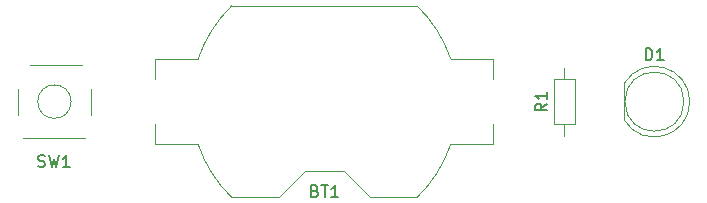
<source format=gto>
%TF.GenerationSoftware,KiCad,Pcbnew,(6.0.7)*%
%TF.CreationDate,2022-10-02T01:07:21-07:00*%
%TF.ProjectId,KiCad_Testing,4b694361-645f-4546-9573-74696e672e6b,rev?*%
%TF.SameCoordinates,Original*%
%TF.FileFunction,Legend,Top*%
%TF.FilePolarity,Positive*%
%FSLAX46Y46*%
G04 Gerber Fmt 4.6, Leading zero omitted, Abs format (unit mm)*
G04 Created by KiCad (PCBNEW (6.0.7)) date 2022-10-02 01:07:21*
%MOMM*%
%LPD*%
G01*
G04 APERTURE LIST*
%ADD10C,0.150000*%
%ADD11C,0.120000*%
G04 APERTURE END LIST*
D10*
%TO.C,SW1*%
X129426666Y-80414761D02*
X129569523Y-80462380D01*
X129807619Y-80462380D01*
X129902857Y-80414761D01*
X129950476Y-80367142D01*
X129998095Y-80271904D01*
X129998095Y-80176666D01*
X129950476Y-80081428D01*
X129902857Y-80033809D01*
X129807619Y-79986190D01*
X129617142Y-79938571D01*
X129521904Y-79890952D01*
X129474285Y-79843333D01*
X129426666Y-79748095D01*
X129426666Y-79652857D01*
X129474285Y-79557619D01*
X129521904Y-79510000D01*
X129617142Y-79462380D01*
X129855238Y-79462380D01*
X129998095Y-79510000D01*
X130331428Y-79462380D02*
X130569523Y-80462380D01*
X130760000Y-79748095D01*
X130950476Y-80462380D01*
X131188571Y-79462380D01*
X132093333Y-80462380D02*
X131521904Y-80462380D01*
X131807619Y-80462380D02*
X131807619Y-79462380D01*
X131712380Y-79605238D01*
X131617142Y-79700476D01*
X131521904Y-79748095D01*
%TO.C,R1*%
X172522380Y-75096666D02*
X172046190Y-75430000D01*
X172522380Y-75668095D02*
X171522380Y-75668095D01*
X171522380Y-75287142D01*
X171570000Y-75191904D01*
X171617619Y-75144285D01*
X171712857Y-75096666D01*
X171855714Y-75096666D01*
X171950952Y-75144285D01*
X171998571Y-75191904D01*
X172046190Y-75287142D01*
X172046190Y-75668095D01*
X172522380Y-74144285D02*
X172522380Y-74715714D01*
X172522380Y-74430000D02*
X171522380Y-74430000D01*
X171665238Y-74525238D01*
X171760476Y-74620476D01*
X171808095Y-74715714D01*
%TO.C,D1*%
X180871904Y-71422380D02*
X180871904Y-70422380D01*
X181110000Y-70422380D01*
X181252857Y-70470000D01*
X181348095Y-70565238D01*
X181395714Y-70660476D01*
X181443333Y-70850952D01*
X181443333Y-70993809D01*
X181395714Y-71184285D01*
X181348095Y-71279523D01*
X181252857Y-71374761D01*
X181110000Y-71422380D01*
X180871904Y-71422380D01*
X182395714Y-71422380D02*
X181824285Y-71422380D01*
X182110000Y-71422380D02*
X182110000Y-70422380D01*
X182014761Y-70565238D01*
X181919523Y-70660476D01*
X181824285Y-70708095D01*
%TO.C,BT1*%
X152884285Y-82478571D02*
X153027142Y-82526190D01*
X153074761Y-82573809D01*
X153122380Y-82669047D01*
X153122380Y-82811904D01*
X153074761Y-82907142D01*
X153027142Y-82954761D01*
X152931904Y-83002380D01*
X152550952Y-83002380D01*
X152550952Y-82002380D01*
X152884285Y-82002380D01*
X152979523Y-82050000D01*
X153027142Y-82097619D01*
X153074761Y-82192857D01*
X153074761Y-82288095D01*
X153027142Y-82383333D01*
X152979523Y-82430952D01*
X152884285Y-82478571D01*
X152550952Y-82478571D01*
X153408095Y-82002380D02*
X153979523Y-82002380D01*
X153693809Y-83002380D02*
X153693809Y-82002380D01*
X154836666Y-83002380D02*
X154265238Y-83002380D01*
X154550952Y-83002380D02*
X154550952Y-82002380D01*
X154455714Y-82145238D01*
X154360476Y-82240476D01*
X154265238Y-82288095D01*
D11*
%TO.C,SW1*%
X127690000Y-76080000D02*
X127690000Y-73880000D01*
X128160000Y-78050000D02*
X133360000Y-78050000D01*
X133930000Y-73880000D02*
X133930000Y-76080000D01*
X128760000Y-71810000D02*
X133160000Y-71810000D01*
X132224214Y-74930000D02*
G75*
G03*
X132224214Y-74930000I-1414214J0D01*
G01*
%TO.C,R1*%
X174910000Y-73010000D02*
X173070000Y-73010000D01*
X173070000Y-73010000D02*
X173070000Y-76850000D01*
X174910000Y-76850000D02*
X174910000Y-73010000D01*
X173990000Y-72060000D02*
X173990000Y-73010000D01*
X173070000Y-76850000D02*
X174910000Y-76850000D01*
X173990000Y-77800000D02*
X173990000Y-76850000D01*
%TO.C,D1*%
X179050000Y-73385000D02*
X179050000Y-76475000D01*
X179050000Y-76474830D02*
G75*
G03*
X184600000Y-74929538I2560000J1544830D01*
G01*
X184600000Y-74930462D02*
G75*
G03*
X179050000Y-73385170I-2990000J462D01*
G01*
X184110000Y-74930000D02*
G75*
G03*
X184110000Y-74930000I-2500000J0D01*
G01*
%TO.C,BT1*%
X152010000Y-80840000D02*
X149810000Y-83040000D01*
X167980000Y-73030000D02*
X167980000Y-71320000D01*
X139360000Y-76830000D02*
X139360000Y-78540000D01*
X155330000Y-80840000D02*
X152010000Y-80840000D01*
X145822700Y-66820000D02*
X161517300Y-66820000D01*
X167980000Y-78540000D02*
X164362000Y-78540000D01*
X164362000Y-71320000D02*
X167980000Y-71320000D01*
X142978000Y-78540000D02*
X139360000Y-78540000D01*
X161517300Y-83040000D02*
X157530000Y-83040000D01*
X155330000Y-80840000D02*
X157530000Y-83040000D01*
X139360000Y-71320000D02*
X142978000Y-71320000D01*
X139360000Y-73030000D02*
X139360000Y-71320000D01*
X149810000Y-83040000D02*
X145822700Y-83040000D01*
X167980000Y-76830000D02*
X167980000Y-78540000D01*
X161515371Y-83041789D02*
G75*
G03*
X164362000Y-78540000I-7845391J8111801D01*
G01*
X164362001Y-71320000D02*
G75*
G03*
X161515371Y-66818211I-10692001J-3610000D01*
G01*
X145824628Y-66818210D02*
G75*
G03*
X142978000Y-71320000I7845392J-8111800D01*
G01*
X142978000Y-78540000D02*
G75*
G03*
X145824629Y-83041789I10691995J3609996D01*
G01*
%TD*%
M02*

</source>
